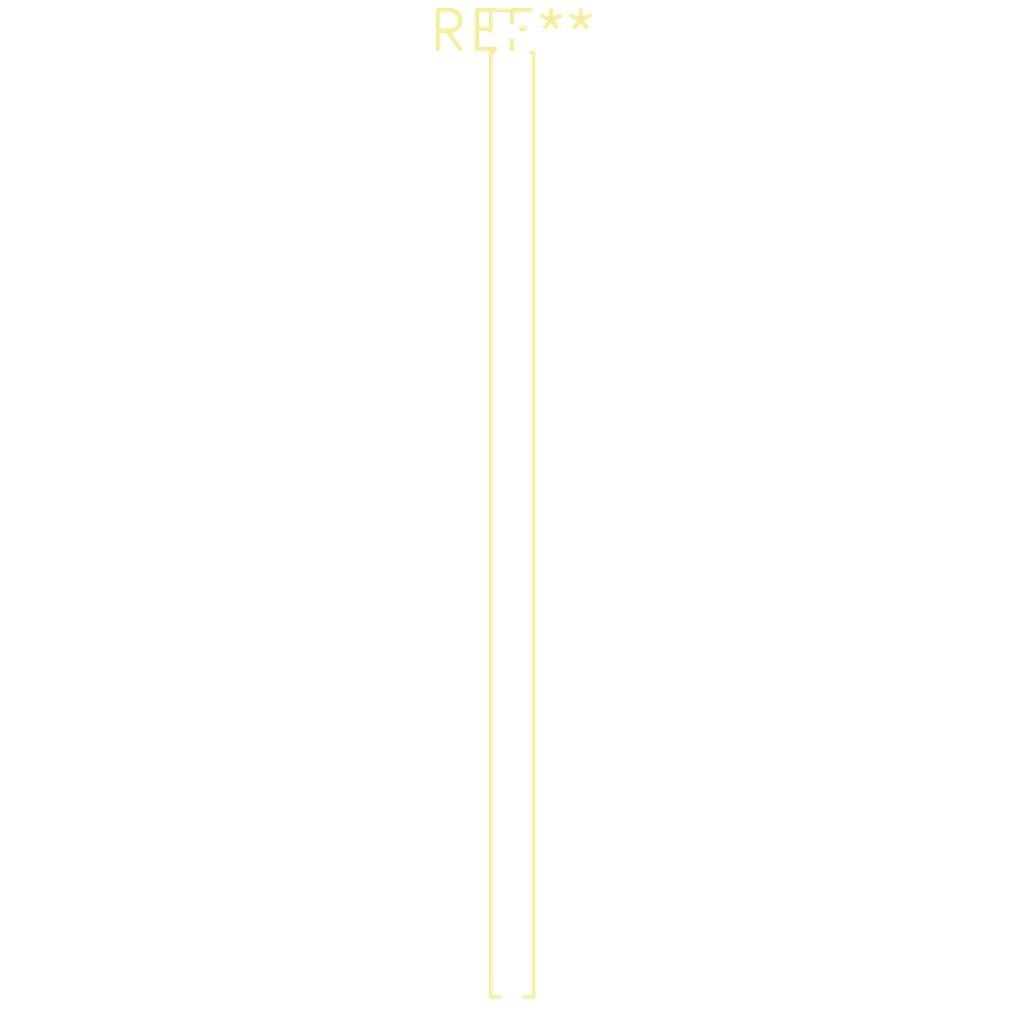
<source format=kicad_pcb>
(kicad_pcb (version 20240108) (generator pcbnew)
  (layers (0 "F.Cu" signal) (31 "B.Cu" signal) (34 "B.Paste" user) (35 "F.Paste" user) (36 "B.SilkS" user "B.Silkscreen") (37 "F.SilkS" user "F.Silkscreen") (38 "B.Mask" user) (39 "F.Mask" user) (44 "Edge.Cuts" user))
  (net 0 "")
  (footprint "PinHeader_1x32_P1.00mm_Vertical" (layer "F.Cu") (at 0 0)
    (property "Reference" "REF**")
    (property "Value" "PinHeader_1x32_P1.00mm_Vertical")
    (fp_line (start -0.695 -0.685) (end 0 -0.685) (layer "F.SilkS") (stroke (width 0.12)))
    (fp_line (start -0.695 0) (end -0.695 -0.685) (layer "F.SilkS") (stroke (width 0.12)))
    (fp_line (start -0.695 0.685) (end -0.695 31.56) (layer "F.SilkS") (stroke (width 0.12)))
    (fp_line (start -0.695 0.685) (end -0.608276 0.685) (layer "F.SilkS") (stroke (width 0.12)))
    (fp_line (start -0.695 31.56) (end -0.394493 31.56) (layer "F.SilkS") (stroke (width 0.12)))
    (fp_line (start 0.394493 31.56) (end 0.695 31.56) (layer "F.SilkS") (stroke (width 0.12)))
    (fp_line (start 0.608276 0.685) (end 0.695 0.685) (layer "F.SilkS") (stroke (width 0.12)))
    (fp_line (start 0.695 0.685) (end 0.695 31.56) (layer "F.SilkS") (stroke (width 0.12)))
    (pad "1" thru_hole rect (at 0 0) (size 0.85 0.85) (drill 0.5) (layers *.Cu *.Mask) (remove_unused_layers))
    (pad "2" thru_hole oval (at 0 1) (size 0.85 0.85) (drill 0.5) (layers *.Cu *.Mask) (remove_unused_layers))
    (pad "3" thru_hole oval (at 0 2) (size 0.85 0.85) (drill 0.5) (layers *.Cu *.Mask) (remove_unused_layers))
    (pad "4" thru_hole oval (at 0 3) (size 0.85 0.85) (drill 0.5) (layers *.Cu *.Mask) (remove_unused_layers))
    (pad "5" thru_hole oval (at 0 4) (size 0.85 0.85) (drill 0.5) (layers *.Cu *.Mask) (remove_unused_layers))
    (pad "6" thru_hole oval (at 0 5) (size 0.85 0.85) (drill 0.5) (layers *.Cu *.Mask) (remove_unused_layers))
    (pad "7" thru_hole oval (at 0 6) (size 0.85 0.85) (drill 0.5) (layers *.Cu *.Mask) (remove_unused_layers))
    (pad "8" thru_hole oval (at 0 7) (size 0.85 0.85) (drill 0.5) (layers *.Cu *.Mask) (remove_unused_layers))
    (pad "9" thru_hole oval (at 0 8) (size 0.85 0.85) (drill 0.5) (layers *.Cu *.Mask) (remove_unused_layers))
    (pad "10" thru_hole oval (at 0 9) (size 0.85 0.85) (drill 0.5) (layers *.Cu *.Mask) (remove_unused_layers))
    (pad "11" thru_hole oval (at 0 10) (size 0.85 0.85) (drill 0.5) (layers *.Cu *.Mask) (remove_unused_layers))
    (pad "12" thru_hole oval (at 0 11) (size 0.85 0.85) (drill 0.5) (layers *.Cu *.Mask) (remove_unused_layers))
    (pad "13" thru_hole oval (at 0 12) (size 0.85 0.85) (drill 0.5) (layers *.Cu *.Mask) (remove_unused_layers))
    (pad "14" thru_hole oval (at 0 13) (size 0.85 0.85) (drill 0.5) (layers *.Cu *.Mask) (remove_unused_layers))
    (pad "15" thru_hole oval (at 0 14) (size 0.85 0.85) (drill 0.5) (layers *.Cu *.Mask) (remove_unused_layers))
    (pad "16" thru_hole oval (at 0 15) (size 0.85 0.85) (drill 0.5) (layers *.Cu *.Mask) (remove_unused_layers))
    (pad "17" thru_hole oval (at 0 16) (size 0.85 0.85) (drill 0.5) (layers *.Cu *.Mask) (remove_unused_layers))
    (pad "18" thru_hole oval (at 0 17) (size 0.85 0.85) (drill 0.5) (layers *.Cu *.Mask) (remove_unused_layers))
    (pad "19" thru_hole oval (at 0 18) (size 0.85 0.85) (drill 0.5) (layers *.Cu *.Mask) (remove_unused_layers))
    (pad "20" thru_hole oval (at 0 19) (size 0.85 0.85) (drill 0.5) (layers *.Cu *.Mask) (remove_unused_layers))
    (pad "21" thru_hole oval (at 0 20) (size 0.85 0.85) (drill 0.5) (layers *.Cu *.Mask) (remove_unused_layers))
    (pad "22" thru_hole oval (at 0 21) (size 0.85 0.85) (drill 0.5) (layers *.Cu *.Mask) (remove_unused_layers))
    (pad "23" thru_hole oval (at 0 22) (size 0.85 0.85) (drill 0.5) (layers *.Cu *.Mask) (remove_unused_layers))
    (pad "24" thru_hole oval (at 0 23) (size 0.85 0.85) (drill 0.5) (layers *.Cu *.Mask) (remove_unused_layers))
    (pad "25" thru_hole oval (at 0 24) (size 0.85 0.85) (drill 0.5) (layers *.Cu *.Mask) (remove_unused_layers))
    (pad "26" thru_hole oval (at 0 25) (size 0.85 0.85) (drill 0.5) (layers *.Cu *.Mask) (remove_unused_layers))
    (pad "27" thru_hole oval (at 0 26) (size 0.85 0.85) (drill 0.5) (layers *.Cu *.Mask) (remove_unused_layers))
    (pad "28" thru_hole oval (at 0 27) (size 0.85 0.85) (drill 0.5) (layers *.Cu *.Mask) (remove_unused_layers))
    (pad "29" thru_hole oval (at 0 28) (size 0.85 0.85) (drill 0.5) (layers *.Cu *.Mask) (remove_unused_layers))
    (pad "30" thru_hole oval (at 0 29) (size 0.85 0.85) (drill 0.5) (layers *.Cu *.Mask) (remove_unused_layers))
    (pad "31" thru_hole oval (at 0 30) (size 0.85 0.85) (drill 0.5) (layers *.Cu *.Mask) (remove_unused_layers))
    (pad "32" thru_hole oval (at 0 31) (size 0.85 0.85) (drill 0.5) (layers *.Cu *.Mask) (remove_unused_layers))
  )
)
</source>
